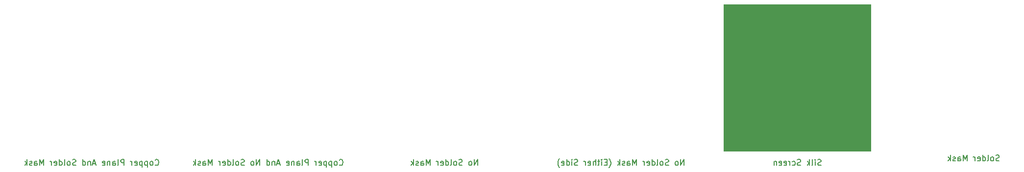
<source format=gbr>
%TF.GenerationSoftware,KiCad,Pcbnew,(5.1.9-0-10_14)*%
%TF.CreationDate,2024-01-14T18:13:30-08:00*%
%TF.ProjectId,Palette,50616c65-7474-4652-9e6b-696361645f70,rev?*%
%TF.SameCoordinates,Original*%
%TF.FileFunction,Legend,Bot*%
%TF.FilePolarity,Positive*%
%FSLAX46Y46*%
G04 Gerber Fmt 4.6, Leading zero omitted, Abs format (unit mm)*
G04 Created by KiCad (PCBNEW (5.1.9-0-10_14)) date 2024-01-14 18:13:30*
%MOMM*%
%LPD*%
G01*
G04 APERTURE LIST*
%ADD10C,0.150000*%
%ADD11C,0.100000*%
G04 APERTURE END LIST*
D10*
X247482761Y-91082761D02*
X247339904Y-91130380D01*
X247101809Y-91130380D01*
X247006571Y-91082761D01*
X246958952Y-91035142D01*
X246911333Y-90939904D01*
X246911333Y-90844666D01*
X246958952Y-90749428D01*
X247006571Y-90701809D01*
X247101809Y-90654190D01*
X247292285Y-90606571D01*
X247387523Y-90558952D01*
X247435142Y-90511333D01*
X247482761Y-90416095D01*
X247482761Y-90320857D01*
X247435142Y-90225619D01*
X247387523Y-90178000D01*
X247292285Y-90130380D01*
X247054190Y-90130380D01*
X246911333Y-90178000D01*
X246339904Y-91130380D02*
X246435142Y-91082761D01*
X246482761Y-91035142D01*
X246530380Y-90939904D01*
X246530380Y-90654190D01*
X246482761Y-90558952D01*
X246435142Y-90511333D01*
X246339904Y-90463714D01*
X246197047Y-90463714D01*
X246101809Y-90511333D01*
X246054190Y-90558952D01*
X246006571Y-90654190D01*
X246006571Y-90939904D01*
X246054190Y-91035142D01*
X246101809Y-91082761D01*
X246197047Y-91130380D01*
X246339904Y-91130380D01*
X245435142Y-91130380D02*
X245530380Y-91082761D01*
X245578000Y-90987523D01*
X245578000Y-90130380D01*
X244625619Y-91130380D02*
X244625619Y-90130380D01*
X244625619Y-91082761D02*
X244720857Y-91130380D01*
X244911333Y-91130380D01*
X245006571Y-91082761D01*
X245054190Y-91035142D01*
X245101809Y-90939904D01*
X245101809Y-90654190D01*
X245054190Y-90558952D01*
X245006571Y-90511333D01*
X244911333Y-90463714D01*
X244720857Y-90463714D01*
X244625619Y-90511333D01*
X243768476Y-91082761D02*
X243863714Y-91130380D01*
X244054190Y-91130380D01*
X244149428Y-91082761D01*
X244197047Y-90987523D01*
X244197047Y-90606571D01*
X244149428Y-90511333D01*
X244054190Y-90463714D01*
X243863714Y-90463714D01*
X243768476Y-90511333D01*
X243720857Y-90606571D01*
X243720857Y-90701809D01*
X244197047Y-90797047D01*
X243292285Y-91130380D02*
X243292285Y-90463714D01*
X243292285Y-90654190D02*
X243244666Y-90558952D01*
X243197047Y-90511333D01*
X243101809Y-90463714D01*
X243006571Y-90463714D01*
X241911333Y-91130380D02*
X241911333Y-90130380D01*
X241578000Y-90844666D01*
X241244666Y-90130380D01*
X241244666Y-91130380D01*
X240339904Y-91130380D02*
X240339904Y-90606571D01*
X240387523Y-90511333D01*
X240482761Y-90463714D01*
X240673238Y-90463714D01*
X240768476Y-90511333D01*
X240339904Y-91082761D02*
X240435142Y-91130380D01*
X240673238Y-91130380D01*
X240768476Y-91082761D01*
X240816095Y-90987523D01*
X240816095Y-90892285D01*
X240768476Y-90797047D01*
X240673238Y-90749428D01*
X240435142Y-90749428D01*
X240339904Y-90701809D01*
X239911333Y-91082761D02*
X239816095Y-91130380D01*
X239625619Y-91130380D01*
X239530380Y-91082761D01*
X239482761Y-90987523D01*
X239482761Y-90939904D01*
X239530380Y-90844666D01*
X239625619Y-90797047D01*
X239768476Y-90797047D01*
X239863714Y-90749428D01*
X239911333Y-90654190D01*
X239911333Y-90606571D01*
X239863714Y-90511333D01*
X239768476Y-90463714D01*
X239625619Y-90463714D01*
X239530380Y-90511333D01*
X239054190Y-91130380D02*
X239054190Y-90130380D01*
X238958952Y-90749428D02*
X238673238Y-91130380D01*
X238673238Y-90463714D02*
X239054190Y-90844666D01*
X216693238Y-91844761D02*
X216550380Y-91892380D01*
X216312285Y-91892380D01*
X216217047Y-91844761D01*
X216169428Y-91797142D01*
X216121809Y-91701904D01*
X216121809Y-91606666D01*
X216169428Y-91511428D01*
X216217047Y-91463809D01*
X216312285Y-91416190D01*
X216502761Y-91368571D01*
X216598000Y-91320952D01*
X216645619Y-91273333D01*
X216693238Y-91178095D01*
X216693238Y-91082857D01*
X216645619Y-90987619D01*
X216598000Y-90940000D01*
X216502761Y-90892380D01*
X216264666Y-90892380D01*
X216121809Y-90940000D01*
X215693238Y-91892380D02*
X215693238Y-91225714D01*
X215693238Y-90892380D02*
X215740857Y-90940000D01*
X215693238Y-90987619D01*
X215645619Y-90940000D01*
X215693238Y-90892380D01*
X215693238Y-90987619D01*
X215074190Y-91892380D02*
X215169428Y-91844761D01*
X215217047Y-91749523D01*
X215217047Y-90892380D01*
X214693238Y-91892380D02*
X214693238Y-90892380D01*
X214598000Y-91511428D02*
X214312285Y-91892380D01*
X214312285Y-91225714D02*
X214693238Y-91606666D01*
X213169428Y-91844761D02*
X213026571Y-91892380D01*
X212788476Y-91892380D01*
X212693238Y-91844761D01*
X212645619Y-91797142D01*
X212598000Y-91701904D01*
X212598000Y-91606666D01*
X212645619Y-91511428D01*
X212693238Y-91463809D01*
X212788476Y-91416190D01*
X212978952Y-91368571D01*
X213074190Y-91320952D01*
X213121809Y-91273333D01*
X213169428Y-91178095D01*
X213169428Y-91082857D01*
X213121809Y-90987619D01*
X213074190Y-90940000D01*
X212978952Y-90892380D01*
X212740857Y-90892380D01*
X212598000Y-90940000D01*
X211740857Y-91844761D02*
X211836095Y-91892380D01*
X212026571Y-91892380D01*
X212121809Y-91844761D01*
X212169428Y-91797142D01*
X212217047Y-91701904D01*
X212217047Y-91416190D01*
X212169428Y-91320952D01*
X212121809Y-91273333D01*
X212026571Y-91225714D01*
X211836095Y-91225714D01*
X211740857Y-91273333D01*
X211312285Y-91892380D02*
X211312285Y-91225714D01*
X211312285Y-91416190D02*
X211264666Y-91320952D01*
X211217047Y-91273333D01*
X211121809Y-91225714D01*
X211026571Y-91225714D01*
X210312285Y-91844761D02*
X210407523Y-91892380D01*
X210598000Y-91892380D01*
X210693238Y-91844761D01*
X210740857Y-91749523D01*
X210740857Y-91368571D01*
X210693238Y-91273333D01*
X210598000Y-91225714D01*
X210407523Y-91225714D01*
X210312285Y-91273333D01*
X210264666Y-91368571D01*
X210264666Y-91463809D01*
X210740857Y-91559047D01*
X209455142Y-91844761D02*
X209550380Y-91892380D01*
X209740857Y-91892380D01*
X209836095Y-91844761D01*
X209883714Y-91749523D01*
X209883714Y-91368571D01*
X209836095Y-91273333D01*
X209740857Y-91225714D01*
X209550380Y-91225714D01*
X209455142Y-91273333D01*
X209407523Y-91368571D01*
X209407523Y-91463809D01*
X209883714Y-91559047D01*
X208978952Y-91225714D02*
X208978952Y-91892380D01*
X208978952Y-91320952D02*
X208931333Y-91273333D01*
X208836095Y-91225714D01*
X208693238Y-91225714D01*
X208598000Y-91273333D01*
X208550380Y-91368571D01*
X208550380Y-91892380D01*
X193022761Y-91892380D02*
X193022761Y-90892380D01*
X192451333Y-91892380D01*
X192451333Y-90892380D01*
X191832285Y-91892380D02*
X191927523Y-91844761D01*
X191975142Y-91797142D01*
X192022761Y-91701904D01*
X192022761Y-91416190D01*
X191975142Y-91320952D01*
X191927523Y-91273333D01*
X191832285Y-91225714D01*
X191689428Y-91225714D01*
X191594190Y-91273333D01*
X191546571Y-91320952D01*
X191498952Y-91416190D01*
X191498952Y-91701904D01*
X191546571Y-91797142D01*
X191594190Y-91844761D01*
X191689428Y-91892380D01*
X191832285Y-91892380D01*
X190356095Y-91844761D02*
X190213238Y-91892380D01*
X189975142Y-91892380D01*
X189879904Y-91844761D01*
X189832285Y-91797142D01*
X189784666Y-91701904D01*
X189784666Y-91606666D01*
X189832285Y-91511428D01*
X189879904Y-91463809D01*
X189975142Y-91416190D01*
X190165619Y-91368571D01*
X190260857Y-91320952D01*
X190308476Y-91273333D01*
X190356095Y-91178095D01*
X190356095Y-91082857D01*
X190308476Y-90987619D01*
X190260857Y-90940000D01*
X190165619Y-90892380D01*
X189927523Y-90892380D01*
X189784666Y-90940000D01*
X189213238Y-91892380D02*
X189308476Y-91844761D01*
X189356095Y-91797142D01*
X189403714Y-91701904D01*
X189403714Y-91416190D01*
X189356095Y-91320952D01*
X189308476Y-91273333D01*
X189213238Y-91225714D01*
X189070380Y-91225714D01*
X188975142Y-91273333D01*
X188927523Y-91320952D01*
X188879904Y-91416190D01*
X188879904Y-91701904D01*
X188927523Y-91797142D01*
X188975142Y-91844761D01*
X189070380Y-91892380D01*
X189213238Y-91892380D01*
X188308476Y-91892380D02*
X188403714Y-91844761D01*
X188451333Y-91749523D01*
X188451333Y-90892380D01*
X187498952Y-91892380D02*
X187498952Y-90892380D01*
X187498952Y-91844761D02*
X187594190Y-91892380D01*
X187784666Y-91892380D01*
X187879904Y-91844761D01*
X187927523Y-91797142D01*
X187975142Y-91701904D01*
X187975142Y-91416190D01*
X187927523Y-91320952D01*
X187879904Y-91273333D01*
X187784666Y-91225714D01*
X187594190Y-91225714D01*
X187498952Y-91273333D01*
X186641809Y-91844761D02*
X186737047Y-91892380D01*
X186927523Y-91892380D01*
X187022761Y-91844761D01*
X187070380Y-91749523D01*
X187070380Y-91368571D01*
X187022761Y-91273333D01*
X186927523Y-91225714D01*
X186737047Y-91225714D01*
X186641809Y-91273333D01*
X186594190Y-91368571D01*
X186594190Y-91463809D01*
X187070380Y-91559047D01*
X186165619Y-91892380D02*
X186165619Y-91225714D01*
X186165619Y-91416190D02*
X186118000Y-91320952D01*
X186070380Y-91273333D01*
X185975142Y-91225714D01*
X185879904Y-91225714D01*
X184784666Y-91892380D02*
X184784666Y-90892380D01*
X184451333Y-91606666D01*
X184118000Y-90892380D01*
X184118000Y-91892380D01*
X183213238Y-91892380D02*
X183213238Y-91368571D01*
X183260857Y-91273333D01*
X183356095Y-91225714D01*
X183546571Y-91225714D01*
X183641809Y-91273333D01*
X183213238Y-91844761D02*
X183308476Y-91892380D01*
X183546571Y-91892380D01*
X183641809Y-91844761D01*
X183689428Y-91749523D01*
X183689428Y-91654285D01*
X183641809Y-91559047D01*
X183546571Y-91511428D01*
X183308476Y-91511428D01*
X183213238Y-91463809D01*
X182784666Y-91844761D02*
X182689428Y-91892380D01*
X182498952Y-91892380D01*
X182403714Y-91844761D01*
X182356095Y-91749523D01*
X182356095Y-91701904D01*
X182403714Y-91606666D01*
X182498952Y-91559047D01*
X182641809Y-91559047D01*
X182737047Y-91511428D01*
X182784666Y-91416190D01*
X182784666Y-91368571D01*
X182737047Y-91273333D01*
X182641809Y-91225714D01*
X182498952Y-91225714D01*
X182403714Y-91273333D01*
X181927523Y-91892380D02*
X181927523Y-90892380D01*
X181832285Y-91511428D02*
X181546571Y-91892380D01*
X181546571Y-91225714D02*
X181927523Y-91606666D01*
X180070380Y-92273333D02*
X180118000Y-92225714D01*
X180213238Y-92082857D01*
X180260857Y-91987619D01*
X180308476Y-91844761D01*
X180356095Y-91606666D01*
X180356095Y-91416190D01*
X180308476Y-91178095D01*
X180260857Y-91035238D01*
X180213238Y-90940000D01*
X180118000Y-90797142D01*
X180070380Y-90749523D01*
X179689428Y-91368571D02*
X179356095Y-91368571D01*
X179213238Y-91892380D02*
X179689428Y-91892380D01*
X179689428Y-90892380D01*
X179213238Y-90892380D01*
X178784666Y-91892380D02*
X178784666Y-91225714D01*
X178784666Y-90892380D02*
X178832285Y-90940000D01*
X178784666Y-90987619D01*
X178737047Y-90940000D01*
X178784666Y-90892380D01*
X178784666Y-90987619D01*
X178451333Y-91225714D02*
X178070380Y-91225714D01*
X178308476Y-90892380D02*
X178308476Y-91749523D01*
X178260857Y-91844761D01*
X178165619Y-91892380D01*
X178070380Y-91892380D01*
X177737047Y-91892380D02*
X177737047Y-90892380D01*
X177308476Y-91892380D02*
X177308476Y-91368571D01*
X177356095Y-91273333D01*
X177451333Y-91225714D01*
X177594190Y-91225714D01*
X177689428Y-91273333D01*
X177737047Y-91320952D01*
X176451333Y-91844761D02*
X176546571Y-91892380D01*
X176737047Y-91892380D01*
X176832285Y-91844761D01*
X176879904Y-91749523D01*
X176879904Y-91368571D01*
X176832285Y-91273333D01*
X176737047Y-91225714D01*
X176546571Y-91225714D01*
X176451333Y-91273333D01*
X176403714Y-91368571D01*
X176403714Y-91463809D01*
X176879904Y-91559047D01*
X175975142Y-91892380D02*
X175975142Y-91225714D01*
X175975142Y-91416190D02*
X175927523Y-91320952D01*
X175879904Y-91273333D01*
X175784666Y-91225714D01*
X175689428Y-91225714D01*
X174641809Y-91844761D02*
X174498952Y-91892380D01*
X174260857Y-91892380D01*
X174165619Y-91844761D01*
X174118000Y-91797142D01*
X174070380Y-91701904D01*
X174070380Y-91606666D01*
X174118000Y-91511428D01*
X174165619Y-91463809D01*
X174260857Y-91416190D01*
X174451333Y-91368571D01*
X174546571Y-91320952D01*
X174594190Y-91273333D01*
X174641809Y-91178095D01*
X174641809Y-91082857D01*
X174594190Y-90987619D01*
X174546571Y-90940000D01*
X174451333Y-90892380D01*
X174213238Y-90892380D01*
X174070380Y-90940000D01*
X173641809Y-91892380D02*
X173641809Y-91225714D01*
X173641809Y-90892380D02*
X173689428Y-90940000D01*
X173641809Y-90987619D01*
X173594190Y-90940000D01*
X173641809Y-90892380D01*
X173641809Y-90987619D01*
X172737047Y-91892380D02*
X172737047Y-90892380D01*
X172737047Y-91844761D02*
X172832285Y-91892380D01*
X173022761Y-91892380D01*
X173118000Y-91844761D01*
X173165619Y-91797142D01*
X173213238Y-91701904D01*
X173213238Y-91416190D01*
X173165619Y-91320952D01*
X173118000Y-91273333D01*
X173022761Y-91225714D01*
X172832285Y-91225714D01*
X172737047Y-91273333D01*
X171879904Y-91844761D02*
X171975142Y-91892380D01*
X172165619Y-91892380D01*
X172260857Y-91844761D01*
X172308476Y-91749523D01*
X172308476Y-91368571D01*
X172260857Y-91273333D01*
X172165619Y-91225714D01*
X171975142Y-91225714D01*
X171879904Y-91273333D01*
X171832285Y-91368571D01*
X171832285Y-91463809D01*
X172308476Y-91559047D01*
X171498952Y-92273333D02*
X171451333Y-92225714D01*
X171356095Y-92082857D01*
X171308476Y-91987619D01*
X171260857Y-91844761D01*
X171213238Y-91606666D01*
X171213238Y-91416190D01*
X171260857Y-91178095D01*
X171308476Y-91035238D01*
X171356095Y-90940000D01*
X171451333Y-90797142D01*
X171498952Y-90749523D01*
X157352285Y-91892380D02*
X157352285Y-90892380D01*
X156780857Y-91892380D01*
X156780857Y-90892380D01*
X156161809Y-91892380D02*
X156257047Y-91844761D01*
X156304666Y-91797142D01*
X156352285Y-91701904D01*
X156352285Y-91416190D01*
X156304666Y-91320952D01*
X156257047Y-91273333D01*
X156161809Y-91225714D01*
X156018952Y-91225714D01*
X155923714Y-91273333D01*
X155876095Y-91320952D01*
X155828476Y-91416190D01*
X155828476Y-91701904D01*
X155876095Y-91797142D01*
X155923714Y-91844761D01*
X156018952Y-91892380D01*
X156161809Y-91892380D01*
X154685619Y-91844761D02*
X154542761Y-91892380D01*
X154304666Y-91892380D01*
X154209428Y-91844761D01*
X154161809Y-91797142D01*
X154114190Y-91701904D01*
X154114190Y-91606666D01*
X154161809Y-91511428D01*
X154209428Y-91463809D01*
X154304666Y-91416190D01*
X154495142Y-91368571D01*
X154590380Y-91320952D01*
X154638000Y-91273333D01*
X154685619Y-91178095D01*
X154685619Y-91082857D01*
X154638000Y-90987619D01*
X154590380Y-90940000D01*
X154495142Y-90892380D01*
X154257047Y-90892380D01*
X154114190Y-90940000D01*
X153542761Y-91892380D02*
X153638000Y-91844761D01*
X153685619Y-91797142D01*
X153733238Y-91701904D01*
X153733238Y-91416190D01*
X153685619Y-91320952D01*
X153638000Y-91273333D01*
X153542761Y-91225714D01*
X153399904Y-91225714D01*
X153304666Y-91273333D01*
X153257047Y-91320952D01*
X153209428Y-91416190D01*
X153209428Y-91701904D01*
X153257047Y-91797142D01*
X153304666Y-91844761D01*
X153399904Y-91892380D01*
X153542761Y-91892380D01*
X152638000Y-91892380D02*
X152733238Y-91844761D01*
X152780857Y-91749523D01*
X152780857Y-90892380D01*
X151828476Y-91892380D02*
X151828476Y-90892380D01*
X151828476Y-91844761D02*
X151923714Y-91892380D01*
X152114190Y-91892380D01*
X152209428Y-91844761D01*
X152257047Y-91797142D01*
X152304666Y-91701904D01*
X152304666Y-91416190D01*
X152257047Y-91320952D01*
X152209428Y-91273333D01*
X152114190Y-91225714D01*
X151923714Y-91225714D01*
X151828476Y-91273333D01*
X150971333Y-91844761D02*
X151066571Y-91892380D01*
X151257047Y-91892380D01*
X151352285Y-91844761D01*
X151399904Y-91749523D01*
X151399904Y-91368571D01*
X151352285Y-91273333D01*
X151257047Y-91225714D01*
X151066571Y-91225714D01*
X150971333Y-91273333D01*
X150923714Y-91368571D01*
X150923714Y-91463809D01*
X151399904Y-91559047D01*
X150495142Y-91892380D02*
X150495142Y-91225714D01*
X150495142Y-91416190D02*
X150447523Y-91320952D01*
X150399904Y-91273333D01*
X150304666Y-91225714D01*
X150209428Y-91225714D01*
X149114190Y-91892380D02*
X149114190Y-90892380D01*
X148780857Y-91606666D01*
X148447523Y-90892380D01*
X148447523Y-91892380D01*
X147542761Y-91892380D02*
X147542761Y-91368571D01*
X147590380Y-91273333D01*
X147685619Y-91225714D01*
X147876095Y-91225714D01*
X147971333Y-91273333D01*
X147542761Y-91844761D02*
X147638000Y-91892380D01*
X147876095Y-91892380D01*
X147971333Y-91844761D01*
X148018952Y-91749523D01*
X148018952Y-91654285D01*
X147971333Y-91559047D01*
X147876095Y-91511428D01*
X147638000Y-91511428D01*
X147542761Y-91463809D01*
X147114190Y-91844761D02*
X147018952Y-91892380D01*
X146828476Y-91892380D01*
X146733238Y-91844761D01*
X146685619Y-91749523D01*
X146685619Y-91701904D01*
X146733238Y-91606666D01*
X146828476Y-91559047D01*
X146971333Y-91559047D01*
X147066571Y-91511428D01*
X147114190Y-91416190D01*
X147114190Y-91368571D01*
X147066571Y-91273333D01*
X146971333Y-91225714D01*
X146828476Y-91225714D01*
X146733238Y-91273333D01*
X146257047Y-91892380D02*
X146257047Y-90892380D01*
X146161809Y-91511428D02*
X145876095Y-91892380D01*
X145876095Y-91225714D02*
X146257047Y-91606666D01*
X133467523Y-91797142D02*
X133515142Y-91844761D01*
X133658000Y-91892380D01*
X133753238Y-91892380D01*
X133896095Y-91844761D01*
X133991333Y-91749523D01*
X134038952Y-91654285D01*
X134086571Y-91463809D01*
X134086571Y-91320952D01*
X134038952Y-91130476D01*
X133991333Y-91035238D01*
X133896095Y-90940000D01*
X133753238Y-90892380D01*
X133658000Y-90892380D01*
X133515142Y-90940000D01*
X133467523Y-90987619D01*
X132896095Y-91892380D02*
X132991333Y-91844761D01*
X133038952Y-91797142D01*
X133086571Y-91701904D01*
X133086571Y-91416190D01*
X133038952Y-91320952D01*
X132991333Y-91273333D01*
X132896095Y-91225714D01*
X132753238Y-91225714D01*
X132658000Y-91273333D01*
X132610380Y-91320952D01*
X132562761Y-91416190D01*
X132562761Y-91701904D01*
X132610380Y-91797142D01*
X132658000Y-91844761D01*
X132753238Y-91892380D01*
X132896095Y-91892380D01*
X132134190Y-91225714D02*
X132134190Y-92225714D01*
X132134190Y-91273333D02*
X132038952Y-91225714D01*
X131848476Y-91225714D01*
X131753238Y-91273333D01*
X131705619Y-91320952D01*
X131658000Y-91416190D01*
X131658000Y-91701904D01*
X131705619Y-91797142D01*
X131753238Y-91844761D01*
X131848476Y-91892380D01*
X132038952Y-91892380D01*
X132134190Y-91844761D01*
X131229428Y-91225714D02*
X131229428Y-92225714D01*
X131229428Y-91273333D02*
X131134190Y-91225714D01*
X130943714Y-91225714D01*
X130848476Y-91273333D01*
X130800857Y-91320952D01*
X130753238Y-91416190D01*
X130753238Y-91701904D01*
X130800857Y-91797142D01*
X130848476Y-91844761D01*
X130943714Y-91892380D01*
X131134190Y-91892380D01*
X131229428Y-91844761D01*
X129943714Y-91844761D02*
X130038952Y-91892380D01*
X130229428Y-91892380D01*
X130324666Y-91844761D01*
X130372285Y-91749523D01*
X130372285Y-91368571D01*
X130324666Y-91273333D01*
X130229428Y-91225714D01*
X130038952Y-91225714D01*
X129943714Y-91273333D01*
X129896095Y-91368571D01*
X129896095Y-91463809D01*
X130372285Y-91559047D01*
X129467523Y-91892380D02*
X129467523Y-91225714D01*
X129467523Y-91416190D02*
X129419904Y-91320952D01*
X129372285Y-91273333D01*
X129277047Y-91225714D01*
X129181809Y-91225714D01*
X128086571Y-91892380D02*
X128086571Y-90892380D01*
X127705619Y-90892380D01*
X127610380Y-90940000D01*
X127562761Y-90987619D01*
X127515142Y-91082857D01*
X127515142Y-91225714D01*
X127562761Y-91320952D01*
X127610380Y-91368571D01*
X127705619Y-91416190D01*
X128086571Y-91416190D01*
X126943714Y-91892380D02*
X127038952Y-91844761D01*
X127086571Y-91749523D01*
X127086571Y-90892380D01*
X126134190Y-91892380D02*
X126134190Y-91368571D01*
X126181809Y-91273333D01*
X126277047Y-91225714D01*
X126467523Y-91225714D01*
X126562761Y-91273333D01*
X126134190Y-91844761D02*
X126229428Y-91892380D01*
X126467523Y-91892380D01*
X126562761Y-91844761D01*
X126610380Y-91749523D01*
X126610380Y-91654285D01*
X126562761Y-91559047D01*
X126467523Y-91511428D01*
X126229428Y-91511428D01*
X126134190Y-91463809D01*
X125658000Y-91225714D02*
X125658000Y-91892380D01*
X125658000Y-91320952D02*
X125610380Y-91273333D01*
X125515142Y-91225714D01*
X125372285Y-91225714D01*
X125277047Y-91273333D01*
X125229428Y-91368571D01*
X125229428Y-91892380D01*
X124372285Y-91844761D02*
X124467523Y-91892380D01*
X124658000Y-91892380D01*
X124753238Y-91844761D01*
X124800857Y-91749523D01*
X124800857Y-91368571D01*
X124753238Y-91273333D01*
X124658000Y-91225714D01*
X124467523Y-91225714D01*
X124372285Y-91273333D01*
X124324666Y-91368571D01*
X124324666Y-91463809D01*
X124800857Y-91559047D01*
X123181809Y-91606666D02*
X122705619Y-91606666D01*
X123277047Y-91892380D02*
X122943714Y-90892380D01*
X122610380Y-91892380D01*
X122277047Y-91225714D02*
X122277047Y-91892380D01*
X122277047Y-91320952D02*
X122229428Y-91273333D01*
X122134190Y-91225714D01*
X121991333Y-91225714D01*
X121896095Y-91273333D01*
X121848476Y-91368571D01*
X121848476Y-91892380D01*
X120943714Y-91892380D02*
X120943714Y-90892380D01*
X120943714Y-91844761D02*
X121038952Y-91892380D01*
X121229428Y-91892380D01*
X121324666Y-91844761D01*
X121372285Y-91797142D01*
X121419904Y-91701904D01*
X121419904Y-91416190D01*
X121372285Y-91320952D01*
X121324666Y-91273333D01*
X121229428Y-91225714D01*
X121038952Y-91225714D01*
X120943714Y-91273333D01*
X119705619Y-91892380D02*
X119705619Y-90892380D01*
X119134190Y-91892380D01*
X119134190Y-90892380D01*
X118515142Y-91892380D02*
X118610380Y-91844761D01*
X118658000Y-91797142D01*
X118705619Y-91701904D01*
X118705619Y-91416190D01*
X118658000Y-91320952D01*
X118610380Y-91273333D01*
X118515142Y-91225714D01*
X118372285Y-91225714D01*
X118277047Y-91273333D01*
X118229428Y-91320952D01*
X118181809Y-91416190D01*
X118181809Y-91701904D01*
X118229428Y-91797142D01*
X118277047Y-91844761D01*
X118372285Y-91892380D01*
X118515142Y-91892380D01*
X117038952Y-91844761D02*
X116896095Y-91892380D01*
X116658000Y-91892380D01*
X116562761Y-91844761D01*
X116515142Y-91797142D01*
X116467523Y-91701904D01*
X116467523Y-91606666D01*
X116515142Y-91511428D01*
X116562761Y-91463809D01*
X116658000Y-91416190D01*
X116848476Y-91368571D01*
X116943714Y-91320952D01*
X116991333Y-91273333D01*
X117038952Y-91178095D01*
X117038952Y-91082857D01*
X116991333Y-90987619D01*
X116943714Y-90940000D01*
X116848476Y-90892380D01*
X116610380Y-90892380D01*
X116467523Y-90940000D01*
X115896095Y-91892380D02*
X115991333Y-91844761D01*
X116038952Y-91797142D01*
X116086571Y-91701904D01*
X116086571Y-91416190D01*
X116038952Y-91320952D01*
X115991333Y-91273333D01*
X115896095Y-91225714D01*
X115753238Y-91225714D01*
X115658000Y-91273333D01*
X115610380Y-91320952D01*
X115562761Y-91416190D01*
X115562761Y-91701904D01*
X115610380Y-91797142D01*
X115658000Y-91844761D01*
X115753238Y-91892380D01*
X115896095Y-91892380D01*
X114991333Y-91892380D02*
X115086571Y-91844761D01*
X115134190Y-91749523D01*
X115134190Y-90892380D01*
X114181809Y-91892380D02*
X114181809Y-90892380D01*
X114181809Y-91844761D02*
X114277047Y-91892380D01*
X114467523Y-91892380D01*
X114562761Y-91844761D01*
X114610380Y-91797142D01*
X114658000Y-91701904D01*
X114658000Y-91416190D01*
X114610380Y-91320952D01*
X114562761Y-91273333D01*
X114467523Y-91225714D01*
X114277047Y-91225714D01*
X114181809Y-91273333D01*
X113324666Y-91844761D02*
X113419904Y-91892380D01*
X113610380Y-91892380D01*
X113705619Y-91844761D01*
X113753238Y-91749523D01*
X113753238Y-91368571D01*
X113705619Y-91273333D01*
X113610380Y-91225714D01*
X113419904Y-91225714D01*
X113324666Y-91273333D01*
X113277047Y-91368571D01*
X113277047Y-91463809D01*
X113753238Y-91559047D01*
X112848476Y-91892380D02*
X112848476Y-91225714D01*
X112848476Y-91416190D02*
X112800857Y-91320952D01*
X112753238Y-91273333D01*
X112658000Y-91225714D01*
X112562761Y-91225714D01*
X111467523Y-91892380D02*
X111467523Y-90892380D01*
X111134190Y-91606666D01*
X110800857Y-90892380D01*
X110800857Y-91892380D01*
X109896095Y-91892380D02*
X109896095Y-91368571D01*
X109943714Y-91273333D01*
X110038952Y-91225714D01*
X110229428Y-91225714D01*
X110324666Y-91273333D01*
X109896095Y-91844761D02*
X109991333Y-91892380D01*
X110229428Y-91892380D01*
X110324666Y-91844761D01*
X110372285Y-91749523D01*
X110372285Y-91654285D01*
X110324666Y-91559047D01*
X110229428Y-91511428D01*
X109991333Y-91511428D01*
X109896095Y-91463809D01*
X109467523Y-91844761D02*
X109372285Y-91892380D01*
X109181809Y-91892380D01*
X109086571Y-91844761D01*
X109038952Y-91749523D01*
X109038952Y-91701904D01*
X109086571Y-91606666D01*
X109181809Y-91559047D01*
X109324666Y-91559047D01*
X109419904Y-91511428D01*
X109467523Y-91416190D01*
X109467523Y-91368571D01*
X109419904Y-91273333D01*
X109324666Y-91225714D01*
X109181809Y-91225714D01*
X109086571Y-91273333D01*
X108610380Y-91892380D02*
X108610380Y-90892380D01*
X108515142Y-91511428D02*
X108229428Y-91892380D01*
X108229428Y-91225714D02*
X108610380Y-91606666D01*
X101630380Y-91797142D02*
X101678000Y-91844761D01*
X101820857Y-91892380D01*
X101916095Y-91892380D01*
X102058952Y-91844761D01*
X102154190Y-91749523D01*
X102201809Y-91654285D01*
X102249428Y-91463809D01*
X102249428Y-91320952D01*
X102201809Y-91130476D01*
X102154190Y-91035238D01*
X102058952Y-90940000D01*
X101916095Y-90892380D01*
X101820857Y-90892380D01*
X101678000Y-90940000D01*
X101630380Y-90987619D01*
X101058952Y-91892380D02*
X101154190Y-91844761D01*
X101201809Y-91797142D01*
X101249428Y-91701904D01*
X101249428Y-91416190D01*
X101201809Y-91320952D01*
X101154190Y-91273333D01*
X101058952Y-91225714D01*
X100916095Y-91225714D01*
X100820857Y-91273333D01*
X100773238Y-91320952D01*
X100725619Y-91416190D01*
X100725619Y-91701904D01*
X100773238Y-91797142D01*
X100820857Y-91844761D01*
X100916095Y-91892380D01*
X101058952Y-91892380D01*
X100297047Y-91225714D02*
X100297047Y-92225714D01*
X100297047Y-91273333D02*
X100201809Y-91225714D01*
X100011333Y-91225714D01*
X99916095Y-91273333D01*
X99868476Y-91320952D01*
X99820857Y-91416190D01*
X99820857Y-91701904D01*
X99868476Y-91797142D01*
X99916095Y-91844761D01*
X100011333Y-91892380D01*
X100201809Y-91892380D01*
X100297047Y-91844761D01*
X99392285Y-91225714D02*
X99392285Y-92225714D01*
X99392285Y-91273333D02*
X99297047Y-91225714D01*
X99106571Y-91225714D01*
X99011333Y-91273333D01*
X98963714Y-91320952D01*
X98916095Y-91416190D01*
X98916095Y-91701904D01*
X98963714Y-91797142D01*
X99011333Y-91844761D01*
X99106571Y-91892380D01*
X99297047Y-91892380D01*
X99392285Y-91844761D01*
X98106571Y-91844761D02*
X98201809Y-91892380D01*
X98392285Y-91892380D01*
X98487523Y-91844761D01*
X98535142Y-91749523D01*
X98535142Y-91368571D01*
X98487523Y-91273333D01*
X98392285Y-91225714D01*
X98201809Y-91225714D01*
X98106571Y-91273333D01*
X98058952Y-91368571D01*
X98058952Y-91463809D01*
X98535142Y-91559047D01*
X97630380Y-91892380D02*
X97630380Y-91225714D01*
X97630380Y-91416190D02*
X97582761Y-91320952D01*
X97535142Y-91273333D01*
X97439904Y-91225714D01*
X97344666Y-91225714D01*
X96249428Y-91892380D02*
X96249428Y-90892380D01*
X95868476Y-90892380D01*
X95773238Y-90940000D01*
X95725619Y-90987619D01*
X95678000Y-91082857D01*
X95678000Y-91225714D01*
X95725619Y-91320952D01*
X95773238Y-91368571D01*
X95868476Y-91416190D01*
X96249428Y-91416190D01*
X95106571Y-91892380D02*
X95201809Y-91844761D01*
X95249428Y-91749523D01*
X95249428Y-90892380D01*
X94297047Y-91892380D02*
X94297047Y-91368571D01*
X94344666Y-91273333D01*
X94439904Y-91225714D01*
X94630380Y-91225714D01*
X94725619Y-91273333D01*
X94297047Y-91844761D02*
X94392285Y-91892380D01*
X94630380Y-91892380D01*
X94725619Y-91844761D01*
X94773238Y-91749523D01*
X94773238Y-91654285D01*
X94725619Y-91559047D01*
X94630380Y-91511428D01*
X94392285Y-91511428D01*
X94297047Y-91463809D01*
X93820857Y-91225714D02*
X93820857Y-91892380D01*
X93820857Y-91320952D02*
X93773238Y-91273333D01*
X93678000Y-91225714D01*
X93535142Y-91225714D01*
X93439904Y-91273333D01*
X93392285Y-91368571D01*
X93392285Y-91892380D01*
X92535142Y-91844761D02*
X92630380Y-91892380D01*
X92820857Y-91892380D01*
X92916095Y-91844761D01*
X92963714Y-91749523D01*
X92963714Y-91368571D01*
X92916095Y-91273333D01*
X92820857Y-91225714D01*
X92630380Y-91225714D01*
X92535142Y-91273333D01*
X92487523Y-91368571D01*
X92487523Y-91463809D01*
X92963714Y-91559047D01*
X91344666Y-91606666D02*
X90868476Y-91606666D01*
X91439904Y-91892380D02*
X91106571Y-90892380D01*
X90773238Y-91892380D01*
X90439904Y-91225714D02*
X90439904Y-91892380D01*
X90439904Y-91320952D02*
X90392285Y-91273333D01*
X90297047Y-91225714D01*
X90154190Y-91225714D01*
X90058952Y-91273333D01*
X90011333Y-91368571D01*
X90011333Y-91892380D01*
X89106571Y-91892380D02*
X89106571Y-90892380D01*
X89106571Y-91844761D02*
X89201809Y-91892380D01*
X89392285Y-91892380D01*
X89487523Y-91844761D01*
X89535142Y-91797142D01*
X89582761Y-91701904D01*
X89582761Y-91416190D01*
X89535142Y-91320952D01*
X89487523Y-91273333D01*
X89392285Y-91225714D01*
X89201809Y-91225714D01*
X89106571Y-91273333D01*
X87916095Y-91844761D02*
X87773238Y-91892380D01*
X87535142Y-91892380D01*
X87439904Y-91844761D01*
X87392285Y-91797142D01*
X87344666Y-91701904D01*
X87344666Y-91606666D01*
X87392285Y-91511428D01*
X87439904Y-91463809D01*
X87535142Y-91416190D01*
X87725619Y-91368571D01*
X87820857Y-91320952D01*
X87868476Y-91273333D01*
X87916095Y-91178095D01*
X87916095Y-91082857D01*
X87868476Y-90987619D01*
X87820857Y-90940000D01*
X87725619Y-90892380D01*
X87487523Y-90892380D01*
X87344666Y-90940000D01*
X86773238Y-91892380D02*
X86868476Y-91844761D01*
X86916095Y-91797142D01*
X86963714Y-91701904D01*
X86963714Y-91416190D01*
X86916095Y-91320952D01*
X86868476Y-91273333D01*
X86773238Y-91225714D01*
X86630380Y-91225714D01*
X86535142Y-91273333D01*
X86487523Y-91320952D01*
X86439904Y-91416190D01*
X86439904Y-91701904D01*
X86487523Y-91797142D01*
X86535142Y-91844761D01*
X86630380Y-91892380D01*
X86773238Y-91892380D01*
X85868476Y-91892380D02*
X85963714Y-91844761D01*
X86011333Y-91749523D01*
X86011333Y-90892380D01*
X85058952Y-91892380D02*
X85058952Y-90892380D01*
X85058952Y-91844761D02*
X85154190Y-91892380D01*
X85344666Y-91892380D01*
X85439904Y-91844761D01*
X85487523Y-91797142D01*
X85535142Y-91701904D01*
X85535142Y-91416190D01*
X85487523Y-91320952D01*
X85439904Y-91273333D01*
X85344666Y-91225714D01*
X85154190Y-91225714D01*
X85058952Y-91273333D01*
X84201809Y-91844761D02*
X84297047Y-91892380D01*
X84487523Y-91892380D01*
X84582761Y-91844761D01*
X84630380Y-91749523D01*
X84630380Y-91368571D01*
X84582761Y-91273333D01*
X84487523Y-91225714D01*
X84297047Y-91225714D01*
X84201809Y-91273333D01*
X84154190Y-91368571D01*
X84154190Y-91463809D01*
X84630380Y-91559047D01*
X83725619Y-91892380D02*
X83725619Y-91225714D01*
X83725619Y-91416190D02*
X83678000Y-91320952D01*
X83630380Y-91273333D01*
X83535142Y-91225714D01*
X83439904Y-91225714D01*
X82344666Y-91892380D02*
X82344666Y-90892380D01*
X82011333Y-91606666D01*
X81678000Y-90892380D01*
X81678000Y-91892380D01*
X80773238Y-91892380D02*
X80773238Y-91368571D01*
X80820857Y-91273333D01*
X80916095Y-91225714D01*
X81106571Y-91225714D01*
X81201809Y-91273333D01*
X80773238Y-91844761D02*
X80868476Y-91892380D01*
X81106571Y-91892380D01*
X81201809Y-91844761D01*
X81249428Y-91749523D01*
X81249428Y-91654285D01*
X81201809Y-91559047D01*
X81106571Y-91511428D01*
X80868476Y-91511428D01*
X80773238Y-91463809D01*
X80344666Y-91844761D02*
X80249428Y-91892380D01*
X80058952Y-91892380D01*
X79963714Y-91844761D01*
X79916095Y-91749523D01*
X79916095Y-91701904D01*
X79963714Y-91606666D01*
X80058952Y-91559047D01*
X80201809Y-91559047D01*
X80297047Y-91511428D01*
X80344666Y-91416190D01*
X80344666Y-91368571D01*
X80297047Y-91273333D01*
X80201809Y-91225714D01*
X80058952Y-91225714D01*
X79963714Y-91273333D01*
X79487523Y-91892380D02*
X79487523Y-90892380D01*
X79392285Y-91511428D02*
X79106571Y-91892380D01*
X79106571Y-91225714D02*
X79487523Y-91606666D01*
D11*
G36*
X225298000Y-89408000D02*
G01*
X199898000Y-89408000D01*
X199898000Y-64008000D01*
X225298000Y-64008000D01*
X225298000Y-89408000D01*
G37*
X225298000Y-89408000D02*
X199898000Y-89408000D01*
X199898000Y-64008000D01*
X225298000Y-64008000D01*
X225298000Y-89408000D01*
M02*

</source>
